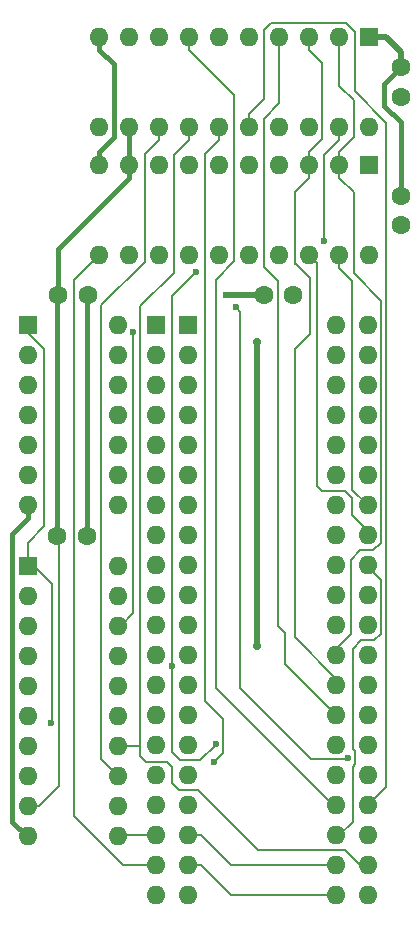
<source format=gbr>
%TF.GenerationSoftware,KiCad,Pcbnew,8.0.2*%
%TF.CreationDate,2024-06-14T23:34:29+02:00*%
%TF.ProjectId,MOS6566_Adapter,4d4f5336-3536-4365-9f41-646170746572,rev?*%
%TF.SameCoordinates,Original*%
%TF.FileFunction,Copper,L1,Top*%
%TF.FilePolarity,Positive*%
%FSLAX46Y46*%
G04 Gerber Fmt 4.6, Leading zero omitted, Abs format (unit mm)*
G04 Created by KiCad (PCBNEW 8.0.2) date 2024-06-14 23:34:29*
%MOMM*%
%LPD*%
G01*
G04 APERTURE LIST*
%TA.AperFunction,ComponentPad*%
%ADD10C,1.600000*%
%TD*%
%TA.AperFunction,ComponentPad*%
%ADD11R,1.600000X1.600000*%
%TD*%
%TA.AperFunction,ComponentPad*%
%ADD12O,1.600000X1.600000*%
%TD*%
%TA.AperFunction,ViaPad*%
%ADD13C,0.600000*%
%TD*%
%TA.AperFunction,ViaPad*%
%ADD14C,0.700000*%
%TD*%
%TA.AperFunction,Conductor*%
%ADD15C,0.200000*%
%TD*%
%TA.AperFunction,Conductor*%
%ADD16C,0.500000*%
%TD*%
%TA.AperFunction,Conductor*%
%ADD17C,0.400000*%
%TD*%
G04 APERTURE END LIST*
D10*
%TO.P,C5,2*%
%TO.N,/GND*%
X125100000Y-52300000D03*
%TO.P,C5,1*%
%TO.N,/PwR5V*%
X127600000Y-52300000D03*
%TD*%
%TO.P,C3,1*%
%TO.N,/PwR5V*%
X107700000Y-52300000D03*
%TO.P,C3,2*%
%TO.N,/GND*%
X110200000Y-52300000D03*
%TD*%
%TO.P,C1,1*%
%TO.N,/PwR5V*%
X136700000Y-46400000D03*
%TO.P,C1,2*%
%TO.N,/GND*%
X136700000Y-43900000D03*
%TD*%
%TO.P,C2,1*%
%TO.N,/PwR5V*%
X136700000Y-35500000D03*
%TO.P,C2,2*%
%TO.N,/GND*%
X136700000Y-33000000D03*
%TD*%
D11*
%TO.P,U3,1*%
%TO.N,Net-(U1-AEC)*%
X105100000Y-54880000D03*
D12*
%TO.P,U3,2*%
%TO.N,Net-(U4-CE)*%
X105100000Y-57420000D03*
%TO.P,U3,3*%
%TO.N,N/C*%
X105100000Y-59960000D03*
%TO.P,U3,4*%
X105100000Y-62500000D03*
%TO.P,U3,5*%
X105100000Y-65040000D03*
%TO.P,U3,6*%
X105100000Y-67580000D03*
%TO.P,U3,7,GND*%
%TO.N,/GND*%
X105100000Y-70120000D03*
%TO.P,U3,8*%
%TO.N,N/C*%
X112720000Y-70120000D03*
%TO.P,U3,9*%
X112720000Y-67580000D03*
%TO.P,U3,10*%
X112720000Y-65040000D03*
%TO.P,U3,11*%
X112720000Y-62500000D03*
%TO.P,U3,12*%
X112720000Y-59960000D03*
%TO.P,U3,13*%
X112720000Y-57420000D03*
%TO.P,U3,14,VCC*%
%TO.N,/PwR5V*%
X112720000Y-54880000D03*
%TD*%
D11*
%TO.P,U2,1,D6*%
%TO.N,/D6*%
X116000000Y-54882000D03*
D12*
%TO.P,U2,2,D5*%
%TO.N,/D5*%
X116000000Y-57422000D03*
%TO.P,U2,3,D4*%
%TO.N,/D4*%
X116000000Y-59962000D03*
%TO.P,U2,4,D3*%
%TO.N,/D3*%
X116000000Y-62502000D03*
%TO.P,U2,5,D2*%
%TO.N,/D2*%
X116000000Y-65042000D03*
%TO.P,U2,6,D1*%
%TO.N,/D1*%
X116000000Y-67582000D03*
%TO.P,U2,7,D0*%
%TO.N,/D0*%
X116000000Y-70122000D03*
%TO.P,U2,8,IRQ*%
%TO.N,Net-(U1-IRQ)*%
X116000000Y-72662000D03*
%TO.P,U2,9,LP*%
%TO.N,Net-(U1-LP)*%
X116000000Y-75202000D03*
%TO.P,U2,10,~{CS}*%
%TO.N,Net-(U1-~{CS})*%
X116000000Y-77742000D03*
%TO.P,U2,11,R/~{W}*%
%TO.N,Net-(U1-R{slash}~{W})*%
X116000000Y-80282000D03*
%TO.P,U2,12,BA*%
%TO.N,Net-(U1-BA)*%
X116000000Y-82822000D03*
%TO.P,U2,13,VDD*%
%TO.N,Net-(JP1-B)*%
X116000000Y-85362000D03*
%TO.P,U2,14,Color*%
%TO.N,Net-(U1-Color)*%
X116000000Y-87902000D03*
%TO.P,U2,15,Sync*%
%TO.N,Net-(U1-Sync)*%
X116000000Y-90442000D03*
%TO.P,U2,16,AEC*%
%TO.N,Net-(U1-AEC)*%
X116000000Y-92982000D03*
%TO.P,U2,17,PHI0*%
%TO.N,Net-(U1-PHI0)*%
X116000000Y-95522000D03*
%TO.P,U2,18,RAS*%
%TO.N,Net-(U2-RAS)*%
X116000000Y-98062000D03*
%TO.P,U2,19,CAS*%
%TO.N,Net-(U2-CAS)*%
X116000000Y-100602000D03*
%TO.P,U2,20,VSS*%
%TO.N,/GND*%
X116000000Y-103142000D03*
%TO.P,U2,21,COLCLK*%
%TO.N,Net-(U1-COLCLK)*%
X131240000Y-103142000D03*
%TO.P,U2,22,DOTCLK*%
%TO.N,Net-(U1-DOTCLK)*%
X131240000Y-100602000D03*
%TO.P,U2,23,A11*%
%TO.N,/A11*%
X131240000Y-98062000D03*
%TO.P,U2,24,A0/A8*%
%TO.N,Net-(U2-A0{slash}A8)*%
X131240000Y-95522000D03*
%TO.P,U2,25,A1/A9*%
%TO.N,Net-(U2-A1{slash}A9)*%
X131240000Y-92982000D03*
%TO.P,U2,26,A2/A10*%
%TO.N,Net-(U2-A2{slash}A10)*%
X131240000Y-90442000D03*
%TO.P,U2,27,A3/A11*%
%TO.N,Net-(U2-A3{slash}A11)*%
X131240000Y-87902000D03*
%TO.P,U2,28,A4/A12*%
%TO.N,Net-(U2-A4{slash}A12)*%
X131240000Y-85362000D03*
%TO.P,U2,29,A5/A13*%
%TO.N,Net-(U2-A5{slash}A13)*%
X131240000Y-82822000D03*
%TO.P,U2,30,A6*%
%TO.N,Net-(U2-A6)*%
X131240000Y-80282000D03*
%TO.P,U2,31,A7*%
%TO.N,/A7*%
X131240000Y-77742000D03*
%TO.P,U2,32,A8*%
%TO.N,/A8*%
X131240000Y-75202000D03*
%TO.P,U2,33,A9*%
%TO.N,/A9*%
X131240000Y-72662000D03*
%TO.P,U2,34,A10*%
%TO.N,/A10*%
X131240000Y-70122000D03*
%TO.P,U2,35,D11*%
%TO.N,/D11*%
X131240000Y-67582000D03*
%TO.P,U2,36,D10*%
%TO.N,/D10*%
X131240000Y-65042000D03*
%TO.P,U2,37,D9*%
%TO.N,/D9*%
X131240000Y-62502000D03*
%TO.P,U2,38,D8*%
%TO.N,/D8*%
X131240000Y-59962000D03*
%TO.P,U2,39,D7*%
%TO.N,/D7*%
X131240000Y-57422000D03*
%TO.P,U2,40,VCC*%
%TO.N,/PwR5V*%
X131240000Y-54882000D03*
%TD*%
D11*
%TO.P,U6,1,OE*%
%TO.N,Net-(U1-AEC)*%
X134011500Y-41280000D03*
D12*
%TO.P,U6,2,D0*%
%TO.N,Net-(U2-A5{slash}A13)*%
X131471500Y-41280000D03*
%TO.P,U6,3,D1*%
%TO.N,Net-(U2-A4{slash}A12)*%
X128931500Y-41280000D03*
%TO.P,U6,4,D2*%
%TO.N,/PwR5V*%
X126391500Y-41280000D03*
%TO.P,U6,5,D3*%
X123851500Y-41280000D03*
%TO.P,U6,6,D4*%
X121311500Y-41280000D03*
%TO.P,U6,7,D5*%
X118771500Y-41280000D03*
%TO.P,U6,8,D6*%
X116231500Y-41280000D03*
%TO.P,U6,9,D7*%
X113691500Y-41280000D03*
%TO.P,U6,10,GND*%
%TO.N,/GND*%
X111151500Y-41280000D03*
%TO.P,U6,11,C*%
%TO.N,Net-(U2-CAS)*%
X111151500Y-48900000D03*
%TO.P,U6,12,Q7*%
%TO.N,unconnected-(U6-Q7-Pad12)*%
X113691500Y-48900000D03*
%TO.P,U6,13,Q6*%
%TO.N,unconnected-(U6-Q6-Pad13)*%
X116231500Y-48900000D03*
%TO.P,U6,14,Q5*%
%TO.N,unconnected-(U6-Q5-Pad14)*%
X118771500Y-48900000D03*
%TO.P,U6,15,Q4*%
%TO.N,unconnected-(U6-Q4-Pad15)*%
X121311500Y-48900000D03*
%TO.P,U6,16,Q3*%
%TO.N,unconnected-(U6-Q3-Pad16)*%
X123851500Y-48900000D03*
%TO.P,U6,17,Q2*%
%TO.N,unconnected-(U6-Q2-Pad17)*%
X126391500Y-48900000D03*
%TO.P,U6,18,Q1*%
%TO.N,Net-(U1-A12)*%
X128931500Y-48900000D03*
%TO.P,U6,19,Q0*%
%TO.N,Net-(U1-A13)*%
X131471500Y-48900000D03*
%TO.P,U6,20,VCC*%
%TO.N,/PwR5V*%
X134011500Y-48900000D03*
%TD*%
D11*
%TO.P,U5,1,OE*%
%TO.N,Net-(U1-AEC)*%
X105084000Y-75250000D03*
D12*
%TO.P,U5,2,D0*%
%TO.N,Net-(U2-A6)*%
X105084000Y-77790000D03*
%TO.P,U5,3,D1*%
%TO.N,Net-(U2-A5{slash}A13)*%
X105084000Y-80330000D03*
%TO.P,U5,4,D2*%
%TO.N,Net-(U2-A4{slash}A12)*%
X105084000Y-82870000D03*
%TO.P,U5,5,D3*%
%TO.N,Net-(U2-A3{slash}A11)*%
X105084000Y-85410000D03*
%TO.P,U5,6,D4*%
%TO.N,Net-(U2-A2{slash}A10)*%
X105084000Y-87950000D03*
%TO.P,U5,7,D5*%
%TO.N,Net-(U2-A1{slash}A9)*%
X105084000Y-90490000D03*
%TO.P,U5,8,D6*%
%TO.N,Net-(U2-A0{slash}A8)*%
X105084000Y-93030000D03*
%TO.P,U5,9,D7*%
%TO.N,/PwR5V*%
X105084000Y-95570000D03*
%TO.P,U5,10,GND*%
%TO.N,/GND*%
X105084000Y-98110000D03*
%TO.P,U5,11,C*%
%TO.N,Net-(U2-RAS)*%
X112704000Y-98110000D03*
%TO.P,U5,12,Q7*%
%TO.N,unconnected-(U5-Q7-Pad12)*%
X112704000Y-95570000D03*
%TO.P,U5,13,Q6*%
%TO.N,Net-(U1-A0)*%
X112704000Y-93030000D03*
%TO.P,U5,14,Q5*%
%TO.N,Net-(U1-A1)*%
X112704000Y-90490000D03*
%TO.P,U5,15,Q4*%
%TO.N,Net-(U1-A2)*%
X112704000Y-87950000D03*
%TO.P,U5,16,Q3*%
%TO.N,Net-(U1-A3)*%
X112704000Y-85410000D03*
%TO.P,U5,17,Q2*%
%TO.N,Net-(U1-A4)*%
X112704000Y-82870000D03*
%TO.P,U5,18,Q1*%
%TO.N,Net-(U1-A5)*%
X112704000Y-80330000D03*
%TO.P,U5,19,Q0*%
%TO.N,Net-(U1-A6)*%
X112704000Y-77790000D03*
%TO.P,U5,20,VCC*%
%TO.N,/PwR5V*%
X112704000Y-75250000D03*
%TD*%
D11*
%TO.P,U1,1,D6*%
%TO.N,/D6*%
X118660000Y-54882000D03*
D12*
%TO.P,U1,2,D5*%
%TO.N,/D5*%
X118660000Y-57422000D03*
%TO.P,U1,3,D4*%
%TO.N,/D4*%
X118660000Y-59962000D03*
%TO.P,U1,4,D3*%
%TO.N,/D3*%
X118660000Y-62502000D03*
%TO.P,U1,5,D2*%
%TO.N,/D2*%
X118660000Y-65042000D03*
%TO.P,U1,6,D1*%
%TO.N,/D1*%
X118660000Y-67582000D03*
%TO.P,U1,7,D0*%
%TO.N,/D0*%
X118660000Y-70122000D03*
%TO.P,U1,8,IRQ*%
%TO.N,Net-(U1-IRQ)*%
X118660000Y-72662000D03*
%TO.P,U1,9,LP*%
%TO.N,Net-(U1-LP)*%
X118660000Y-75202000D03*
%TO.P,U1,10,~{CS}*%
%TO.N,Net-(U1-~{CS})*%
X118660000Y-77742000D03*
%TO.P,U1,11,R/~{W}*%
%TO.N,Net-(U1-R{slash}~{W})*%
X118660000Y-80282000D03*
%TO.P,U1,12,BA*%
%TO.N,Net-(U1-BA)*%
X118660000Y-82822000D03*
%TO.P,U1,13,VDD*%
%TO.N,/Power12V*%
X118660000Y-85362000D03*
%TO.P,U1,14,Color*%
%TO.N,Net-(U1-Color)*%
X118660000Y-87902000D03*
%TO.P,U1,15,Sync*%
%TO.N,Net-(U1-Sync)*%
X118660000Y-90442000D03*
%TO.P,U1,16,AEC*%
%TO.N,Net-(U1-AEC)*%
X118660000Y-92982000D03*
%TO.P,U1,17,PHI0*%
%TO.N,Net-(U1-PHI0)*%
X118660000Y-95522000D03*
%TO.P,U1,18,DOTCLK*%
%TO.N,Net-(U1-DOTCLK)*%
X118660000Y-98062000D03*
%TO.P,U1,19,COLCLK*%
%TO.N,Net-(U1-COLCLK)*%
X118660000Y-100602000D03*
%TO.P,U1,20,VSS*%
%TO.N,/GND*%
X118660000Y-103142000D03*
%TO.P,U1,21,A0*%
%TO.N,Net-(U1-A0)*%
X133900000Y-103142000D03*
%TO.P,U1,22,A1*%
%TO.N,Net-(U1-A1)*%
X133900000Y-100602000D03*
%TO.P,U1,23,A2*%
%TO.N,Net-(U1-A2)*%
X133900000Y-98062000D03*
%TO.P,U1,24,A3*%
%TO.N,Net-(U1-A3)*%
X133900000Y-95522000D03*
%TO.P,U1,25,A4*%
%TO.N,Net-(U1-A4)*%
X133900000Y-92982000D03*
%TO.P,U1,26,A5*%
%TO.N,Net-(U1-A5)*%
X133900000Y-90442000D03*
%TO.P,U1,27,A6*%
%TO.N,Net-(U1-A6)*%
X133900000Y-87902000D03*
%TO.P,U1,28,A7*%
%TO.N,/A7*%
X133900000Y-85362000D03*
%TO.P,U1,29,A8*%
%TO.N,/A8*%
X133900000Y-82822000D03*
%TO.P,U1,30,A9*%
%TO.N,/A9*%
X133900000Y-80282000D03*
%TO.P,U1,31,A10*%
%TO.N,/A10*%
X133900000Y-77742000D03*
%TO.P,U1,32,A11*%
%TO.N,/A11*%
X133900000Y-75202000D03*
%TO.P,U1,33,A12*%
%TO.N,Net-(U1-A12)*%
X133900000Y-72662000D03*
%TO.P,U1,34,A13*%
%TO.N,Net-(U1-A13)*%
X133900000Y-70122000D03*
%TO.P,U1,35,D11*%
%TO.N,/D11*%
X133900000Y-67582000D03*
%TO.P,U1,36,D10*%
%TO.N,/D10*%
X133900000Y-65042000D03*
%TO.P,U1,37,D9*%
%TO.N,/D9*%
X133900000Y-62502000D03*
%TO.P,U1,38,D8*%
%TO.N,/D8*%
X133900000Y-59962000D03*
%TO.P,U1,39,D7*%
%TO.N,/D7*%
X133900000Y-57422000D03*
%TO.P,U1,40,VCC*%
%TO.N,/PwR5V*%
X133900000Y-54882000D03*
%TD*%
D10*
%TO.P,C4,1*%
%TO.N,/PwR5V*%
X107600000Y-72700000D03*
%TO.P,C4,2*%
%TO.N,/GND*%
X110100000Y-72700000D03*
%TD*%
D11*
%TO.P,U4,1,A->B*%
%TO.N,/GND*%
X134007500Y-30430000D03*
D12*
%TO.P,U4,2,A0*%
%TO.N,Net-(U2-A5{slash}A13)*%
X131467500Y-30430000D03*
%TO.P,U4,3,A1*%
%TO.N,Net-(U2-A4{slash}A12)*%
X128927500Y-30430000D03*
%TO.P,U4,4,A2*%
%TO.N,Net-(U2-A3{slash}A11)*%
X126387500Y-30430000D03*
%TO.P,U4,5,A3*%
%TO.N,Net-(U2-A2{slash}A10)*%
X123847500Y-30430000D03*
%TO.P,U4,6,A4*%
%TO.N,Net-(U2-A1{slash}A9)*%
X121307500Y-30430000D03*
%TO.P,U4,7,A5*%
%TO.N,Net-(U2-A0{slash}A8)*%
X118767500Y-30430000D03*
%TO.P,U4,8,A6*%
%TO.N,unconnected-(U4-A6-Pad8)*%
X116227500Y-30430000D03*
%TO.P,U4,9,A7*%
%TO.N,unconnected-(U4-A7-Pad9)*%
X113687500Y-30430000D03*
%TO.P,U4,10,GND*%
%TO.N,/GND*%
X111147500Y-30430000D03*
%TO.P,U4,11,B7*%
%TO.N,/PwR5V*%
X111147500Y-38050000D03*
%TO.P,U4,12,B6*%
X113687500Y-38050000D03*
%TO.P,U4,13,B5*%
%TO.N,Net-(U1-A0)*%
X116227500Y-38050000D03*
%TO.P,U4,14,B4*%
%TO.N,Net-(U1-A1)*%
X118767500Y-38050000D03*
%TO.P,U4,15,B3*%
%TO.N,Net-(U1-A2)*%
X121307500Y-38050000D03*
%TO.P,U4,16,B2*%
%TO.N,Net-(U1-A3)*%
X123847500Y-38050000D03*
%TO.P,U4,17,B1*%
%TO.N,Net-(U1-A4)*%
X126387500Y-38050000D03*
%TO.P,U4,18,B0*%
%TO.N,Net-(U1-A5)*%
X128927500Y-38050000D03*
%TO.P,U4,19,CE*%
%TO.N,Net-(U4-CE)*%
X131467500Y-38050000D03*
%TO.P,U4,20,VCC*%
%TO.N,/PwR5V*%
X134007500Y-38050000D03*
%TD*%
D13*
%TO.N,/GND*%
X121900000Y-52300000D03*
D14*
%TO.N,/PwR5V*%
X124500000Y-56300000D03*
X124500000Y-82000000D03*
D13*
%TO.N,Net-(U1-A2)*%
X120838500Y-91800000D03*
%TO.N,Net-(U1-AEC)*%
X107100000Y-88500000D03*
%TO.N,Net-(U1-A5)*%
X132203000Y-91461300D03*
X114043400Y-55427300D03*
X122700000Y-53300000D03*
%TO.N,Net-(U1-A4)*%
X117300000Y-83700000D03*
X121000000Y-90300000D03*
X119330350Y-50330350D03*
%TO.N,Net-(U4-CE)*%
X130200000Y-47700000D03*
%TD*%
D15*
%TO.N,Net-(U1-A5)*%
X123100000Y-85600000D02*
X129115000Y-91615000D01*
X129115000Y-91615000D02*
X132049300Y-91615000D01*
X123100000Y-53700000D02*
X123100000Y-85600000D01*
X132049300Y-91615000D02*
X132203000Y-91461300D01*
X122700000Y-53300000D02*
X123100000Y-53700000D01*
%TO.N,Net-(U2-A3{slash}A11)*%
X126300000Y-80300000D02*
X126300000Y-51100000D01*
X126300000Y-51100000D02*
X125100000Y-49900000D01*
X125100000Y-37367500D02*
X126387500Y-36080000D01*
X126900000Y-80900000D02*
X126300000Y-80300000D01*
X126900000Y-83562000D02*
X126900000Y-80900000D01*
X126387500Y-36080000D02*
X126387500Y-30430000D01*
X131240000Y-87902000D02*
X126900000Y-83562000D01*
X125100000Y-49900000D02*
X125100000Y-37367500D01*
D16*
%TO.N,/GND*%
X125100000Y-52300000D02*
X121900000Y-52300000D01*
D15*
%TO.N,Net-(U2-A4{slash}A12)*%
X127800000Y-49700000D02*
X127700000Y-49700000D01*
X129000000Y-50900000D02*
X127800000Y-49700000D01*
X127700000Y-49700000D02*
X127700000Y-43613200D01*
X129000000Y-55600000D02*
X129000000Y-50900000D01*
X127700000Y-56900000D02*
X129000000Y-55600000D01*
X127700000Y-81300000D02*
X127700000Y-56900000D01*
%TO.N,Net-(U1-A12)*%
X132570000Y-69470000D02*
X132570000Y-70970000D01*
X133900000Y-72300000D02*
X133900000Y-72662000D01*
X132000000Y-68900000D02*
X132570000Y-69470000D01*
X129600000Y-68500000D02*
X130000000Y-68900000D01*
X129600000Y-49568500D02*
X129600000Y-68500000D01*
X132570000Y-70970000D02*
X133900000Y-72300000D01*
X128931500Y-48900000D02*
X129600000Y-49568500D01*
X130000000Y-68900000D02*
X132000000Y-68900000D01*
D17*
%TO.N,/GND*%
X135300000Y-34400000D02*
X135300000Y-36272250D01*
X105010000Y-98110000D02*
X103800000Y-96900000D01*
X105084000Y-98110000D02*
X105010000Y-98110000D01*
X136700000Y-37672250D02*
X136700000Y-43900000D01*
D16*
X134007500Y-30430000D02*
X135430000Y-30430000D01*
D15*
X110100000Y-52400000D02*
X110200000Y-52300000D01*
D17*
X103800000Y-96900000D02*
X103800000Y-72521700D01*
D16*
X135430000Y-30430000D02*
X136700000Y-31700000D01*
X136700000Y-31700000D02*
X136700000Y-33000000D01*
D17*
X103800000Y-72521700D02*
X105100000Y-71221700D01*
X111151500Y-40178300D02*
X111151500Y-41280000D01*
X105100000Y-71221700D02*
X105100000Y-70120000D01*
X112400000Y-32784200D02*
X112400000Y-38929800D01*
X112400000Y-38929800D02*
X111151500Y-40178300D01*
X111147500Y-30430000D02*
X111147500Y-31531700D01*
X110100000Y-72700000D02*
X110100000Y-52400000D01*
X136700000Y-33000000D02*
X135300000Y-34400000D01*
X135300000Y-36272250D02*
X136700000Y-37672250D01*
X111147500Y-31531700D02*
X112400000Y-32784200D01*
D15*
%TO.N,/PwR5V*%
X107723500Y-93876500D02*
X107723500Y-72823500D01*
D17*
X107700000Y-48373200D02*
X107700000Y-52300000D01*
D16*
X124500000Y-82000000D02*
X124500000Y-56300000D01*
D17*
X113691500Y-39155700D02*
X113691500Y-41280000D01*
X113691500Y-42381700D02*
X107700000Y-48373200D01*
D15*
X107723500Y-72823500D02*
X107600000Y-72700000D01*
X107700000Y-52300000D02*
X107600000Y-52400000D01*
D17*
X113687500Y-38050000D02*
X113687500Y-39151700D01*
X113687500Y-39151700D02*
X113691500Y-39155700D01*
X113691500Y-41280000D02*
X113691500Y-42381700D01*
D15*
X105084000Y-95570000D02*
X106030000Y-95570000D01*
X106030000Y-95570000D02*
X107723500Y-93876500D01*
D17*
X107600000Y-52400000D02*
X107600000Y-72700000D01*
D15*
%TO.N,Net-(U1-A13)*%
X132567100Y-51097300D02*
X132567100Y-68789100D01*
X131471500Y-50001700D02*
X132567100Y-51097300D01*
X131471500Y-48900000D02*
X131471500Y-50001700D01*
X132567100Y-68789100D02*
X133900000Y-70122000D01*
%TO.N,Net-(U1-A2)*%
X120100000Y-86700000D02*
X120100000Y-40359200D01*
X120100000Y-40359200D02*
X121307500Y-39151700D01*
X121600000Y-91038500D02*
X121600000Y-88200000D01*
X121600000Y-88200000D02*
X120100000Y-86700000D01*
X120838500Y-91800000D02*
X121600000Y-91038500D01*
X121307500Y-39151700D02*
X121307500Y-38050000D01*
%TO.N,Net-(U1-COLCLK)*%
X122301700Y-103142000D02*
X131240000Y-103142000D01*
X119761700Y-100602000D02*
X122301700Y-103142000D01*
X118660000Y-100602000D02*
X119761700Y-100602000D01*
%TO.N,Net-(U1-AEC)*%
X107121800Y-88478200D02*
X107121800Y-76736900D01*
X106500000Y-71900000D02*
X106500000Y-56900000D01*
X107100000Y-88500000D02*
X107121800Y-88478200D01*
X105084000Y-74699100D02*
X105084000Y-73316000D01*
X105084000Y-75250000D02*
X105084000Y-74699100D01*
X107121800Y-76736900D02*
X105084000Y-74699100D01*
X105100000Y-55500000D02*
X105100000Y-54880000D01*
X106500000Y-56900000D02*
X105100000Y-55500000D01*
X105084000Y-73316000D02*
X106500000Y-71900000D01*
%TO.N,Net-(U1-A1)*%
X114643400Y-53262600D02*
X117501500Y-50404500D01*
X117501500Y-40417700D02*
X118767500Y-39151700D01*
X131932000Y-99332000D02*
X124632000Y-99332000D01*
X133900000Y-100602000D02*
X133202000Y-100602000D01*
X118767500Y-39151700D02*
X118767500Y-38050000D01*
X124632000Y-99332000D02*
X119500000Y-94200000D01*
X117330000Y-93630000D02*
X117330000Y-92230000D01*
X114600000Y-91300000D02*
X114600000Y-55719229D01*
X112704000Y-90490000D02*
X114500000Y-90490000D01*
X119500000Y-94200000D02*
X117900000Y-94200000D01*
X117501500Y-50404500D02*
X117501500Y-40417700D01*
X116900000Y-91800000D02*
X115100000Y-91800000D01*
X117330000Y-92230000D02*
X116900000Y-91800000D01*
X133202000Y-100602000D02*
X131932000Y-99332000D01*
X114643400Y-55675829D02*
X114643400Y-53262600D01*
X114600000Y-55719229D02*
X114643400Y-55675829D01*
X117900000Y-94200000D02*
X117330000Y-93630000D01*
X115100000Y-91800000D02*
X114600000Y-91300000D01*
%TO.N,/A11*%
X131240000Y-98062000D02*
X131438000Y-98062000D01*
X131438000Y-98062000D02*
X132600000Y-96900000D01*
X135037400Y-80962600D02*
X135037400Y-76437400D01*
X132600000Y-96900000D02*
X132600000Y-92243400D01*
X134448000Y-81552000D02*
X135037400Y-80962600D01*
X132850800Y-90951000D02*
X132600000Y-90700200D01*
X135037400Y-76437400D02*
X133900000Y-75300000D01*
X132600000Y-90700200D02*
X132600000Y-82300000D01*
X132600000Y-92243400D02*
X132850800Y-91992600D01*
X132850800Y-91992600D02*
X132850800Y-90951000D01*
X133348000Y-81552000D02*
X134448000Y-81552000D01*
X132600000Y-82300000D02*
X133348000Y-81552000D01*
X133900000Y-75300000D02*
X133900000Y-75202000D01*
%TO.N,Net-(U1-A0)*%
X116227500Y-38050000D02*
X116227500Y-39151700D01*
X111300000Y-53178200D02*
X111300000Y-91600000D01*
X111300000Y-91600000D02*
X112704000Y-93004000D01*
X116227500Y-39151700D02*
X115000000Y-40379200D01*
X115000000Y-40379200D02*
X115000000Y-49478200D01*
X115000000Y-49478200D02*
X111300000Y-53178200D01*
X112704000Y-93004000D02*
X112704000Y-93030000D01*
%TO.N,Net-(U1-DOTCLK)*%
X118660000Y-98062000D02*
X119761700Y-98062000D01*
X122301700Y-100602000D02*
X131240000Y-100602000D01*
X119761700Y-98062000D02*
X122301700Y-100602000D01*
%TO.N,Net-(U1-A5)*%
X112704000Y-80330000D02*
X112970000Y-80330000D01*
X112970000Y-80330000D02*
X114043400Y-79256600D01*
X114043400Y-79256600D02*
X114043400Y-55427300D01*
%TO.N,Net-(U1-A3)*%
X132800000Y-30048250D02*
X132051750Y-29300000D01*
X125700000Y-29300000D02*
X125117500Y-29882500D01*
X133900000Y-95500000D02*
X135455500Y-93944500D01*
X125117500Y-29882500D02*
X125117500Y-35678300D01*
X132051750Y-29300000D02*
X125700000Y-29300000D01*
X125117500Y-35678300D02*
X123847500Y-36948300D01*
X123847500Y-36948300D02*
X123847500Y-38050000D01*
X132800000Y-35042500D02*
X132800000Y-30048250D01*
X135455500Y-37698000D02*
X132800000Y-35042500D01*
X133900000Y-95522000D02*
X133900000Y-95500000D01*
X135455500Y-93944500D02*
X135455500Y-37698000D01*
%TO.N,Net-(U1-A4)*%
X118000000Y-91700000D02*
X117300000Y-91000000D01*
X117300000Y-91000000D02*
X117300000Y-83700000D01*
X119700000Y-91700000D02*
X118000000Y-91700000D01*
X121000000Y-90300000D02*
X121000000Y-90400000D01*
X121000000Y-90400000D02*
X119700000Y-91700000D01*
%TO.N,Net-(U2-CAS)*%
X111100000Y-48900000D02*
X108986800Y-51013200D01*
X113202000Y-100602000D02*
X116000000Y-100602000D01*
X108986800Y-51013200D02*
X108986800Y-96386800D01*
X111151500Y-48900000D02*
X111100000Y-48900000D01*
X108986800Y-96386800D02*
X113202000Y-100602000D01*
%TO.N,Net-(U2-RAS)*%
X112704000Y-98110000D02*
X112752000Y-98062000D01*
X112752000Y-98062000D02*
X116000000Y-98062000D01*
%TO.N,Net-(U2-A5{slash}A13)*%
X134368000Y-73932000D02*
X135038900Y-73261100D01*
X132700000Y-35800000D02*
X132700000Y-38949800D01*
X132700000Y-38949800D02*
X131471500Y-40178300D01*
X132700000Y-43610200D02*
X131471500Y-42381700D01*
X135038900Y-52772900D02*
X132700000Y-50434000D01*
X132700000Y-50434000D02*
X132700000Y-43610200D01*
X131240000Y-82260000D02*
X132500000Y-81000000D01*
X131471500Y-40178300D02*
X131471500Y-41280000D01*
X131471500Y-42381700D02*
X131471500Y-41280000D01*
X131467500Y-30430000D02*
X131467500Y-34567500D01*
X135038900Y-73261100D02*
X135038900Y-52772900D01*
X132500000Y-74700000D02*
X133268000Y-73932000D01*
X132500000Y-81000000D02*
X132500000Y-74700000D01*
X131467500Y-34567500D02*
X132700000Y-35800000D01*
X133268000Y-73932000D02*
X134368000Y-73932000D01*
X131240000Y-82822000D02*
X131240000Y-82260000D01*
%TO.N,Net-(U2-A4{slash}A12)*%
X131240000Y-85362000D02*
X131240000Y-84840000D01*
X131240000Y-84840000D02*
X127700000Y-81300000D01*
X128931500Y-40729100D02*
X128931500Y-40178300D01*
X128931500Y-40729100D02*
X128931500Y-41280000D01*
X128927500Y-30430000D02*
X128927500Y-31531700D01*
X130033100Y-32637300D02*
X130033100Y-39076700D01*
X128927500Y-31531700D02*
X130033100Y-32637300D01*
X130033100Y-39076700D02*
X128931500Y-40178300D01*
X127700000Y-43613200D02*
X128931500Y-42381700D01*
X128931500Y-42381700D02*
X128931500Y-41280000D01*
%TO.N,Net-(U4-CE)*%
X131467500Y-39151700D02*
X131467500Y-38050000D01*
X130200000Y-40419200D02*
X131467500Y-39151700D01*
X130200000Y-47700000D02*
X130200000Y-40419200D01*
%TO.N,Net-(U2-A0{slash}A8)*%
X131240000Y-95522000D02*
X130922000Y-95522000D01*
X122600000Y-49400000D02*
X122600000Y-35364200D01*
X121000000Y-51000000D02*
X122600000Y-49400000D01*
X130922000Y-95522000D02*
X121000000Y-85600000D01*
X121000000Y-85600000D02*
X121000000Y-51000000D01*
X122600000Y-35364200D02*
X118767500Y-31531700D01*
X118767500Y-31531700D02*
X118767500Y-30430000D01*
%TO.N,Net-(U1-A4)*%
X117300000Y-52360700D02*
X117300000Y-83700000D01*
X119330350Y-50330350D02*
X117300000Y-52360700D01*
%TD*%
M02*

</source>
